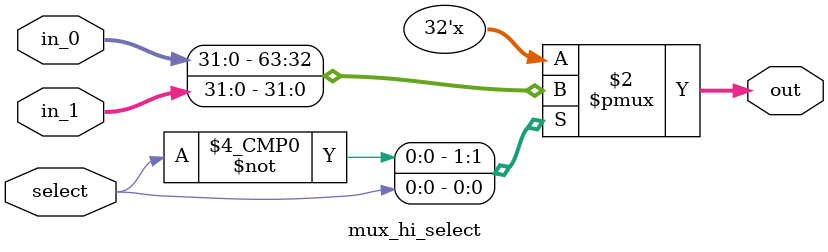
<source format=v>
module mux_hi_select(
    input wire [31:0] in_0, // div high
    input wire [31:0] in_1, // mult high
    input wire        select, //Controlado pelo HiSelect
    output reg [31:0]  out
);

always@(*)begin
    case (select)
        1'b0: out = in_0;
        1'b1: out = in_1;
    endcase
end
endmodule

</source>
